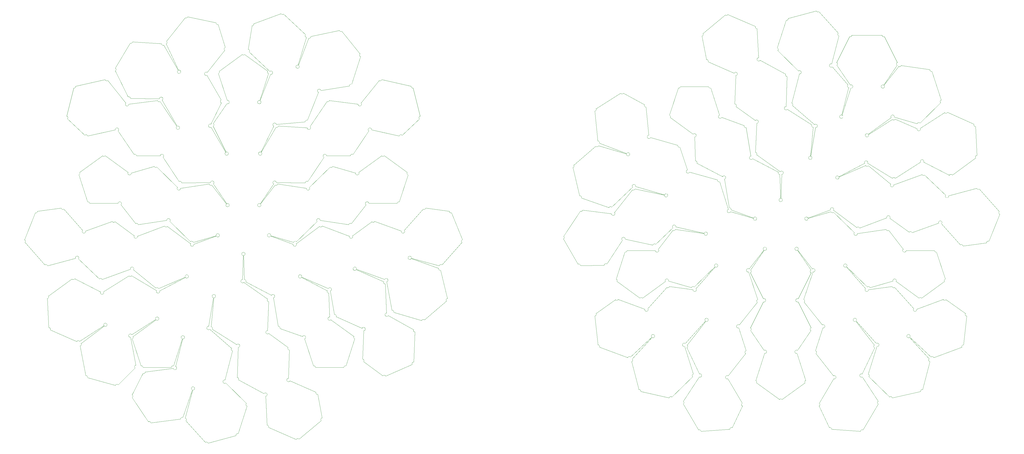
<source format=gbr>
%TF.GenerationSoftware,KiCad,Pcbnew,8.0.5*%
%TF.CreationDate,2024-10-26T12:13:46-04:00*%
%TF.ProjectId,orb_generated,6f72625f-6765-46e6-9572-617465642e6b,rev?*%
%TF.SameCoordinates,Original*%
%TF.FileFunction,Profile,NP*%
%FSLAX46Y46*%
G04 Gerber Fmt 4.6, Leading zero omitted, Abs format (unit mm)*
G04 Created by KiCad (PCBNEW 8.0.5) date 2024-10-26 12:13:46*
%MOMM*%
%LPD*%
G01*
G04 APERTURE LIST*
%TA.AperFunction,Profile*%
%ADD10C,0.050000*%
%TD*%
G04 APERTURE END LIST*
D10*
X224436000Y-14885000D02*
X231558000Y-22944000D01*
X42941000Y20321000D02*
X51445000Y26499000D01*
X238441000Y52790000D02*
X243866000Y59782000D01*
X-73922000Y-14118000D02*
G75*
G02*
X-72917000Y-14419000I392760J-516908D01*
G01*
X-26845000Y-52259000D02*
X-37356000Y-52259000D01*
X72917000Y-14419000D02*
G75*
G02*
X73922030Y-14117960I612300J-216000D01*
G01*
X42941000Y20321000D02*
G75*
G02*
X41751049Y20112990I-553600J-340700D01*
G01*
X188035000Y-16772000D02*
X191454000Y-26971000D01*
X142804000Y-8801000D02*
G75*
G02*
X142004018Y-9381926I-646500J49000D01*
G01*
X-26845000Y-52259000D02*
G75*
G02*
X-26044000Y-51677000I648198J-49904D01*
G01*
X24541000Y14784000D02*
X32217000Y22320000D01*
X67864000Y7037000D02*
G75*
G02*
X66835023Y6652030I-636000J132300D01*
G01*
X158595000Y41680000D02*
X161843000Y51677000D01*
X219724000Y5443000D02*
X227399000Y-2092000D01*
X218070000Y-74714000D02*
X214278000Y-66717000D01*
X226516000Y71439000D02*
X237685000Y71439000D01*
X199505000Y-64236000D02*
G75*
G02*
X200495000Y-64236000I495000J-420489D01*
G01*
X231183000Y23743000D02*
G75*
G02*
X232360958Y23705021I597800J254600D01*
G01*
X191265000Y-28045000D02*
G75*
G02*
X191453981Y-26970956I441300J476000D01*
G01*
X51506000Y54872000D02*
G75*
G02*
X50516007Y54525010I-621700J188000D01*
G01*
X151937000Y-41053000D02*
X144088000Y-48408000D01*
X168249000Y24647000D02*
X167970000Y33493000D01*
X-72561000Y-25684000D02*
G75*
G02*
X-73032000Y-26668000I-554241J-339432D01*
G01*
X27664000Y-62368000D02*
X29297000Y-71066000D01*
X31751000Y-24647000D02*
G75*
G02*
X31182983Y-23742993I28400J648300D01*
G01*
X178044000Y40812000D02*
G75*
G02*
X177204030Y41679928I-592300J267200D01*
G01*
X6340000Y8607000D02*
G75*
G02*
X6226999Y8689999I-438940J-479180D01*
G01*
X179000Y-20602000D02*
X8939000Y-26843000D01*
X228291000Y-207000D02*
X219649000Y6196000D01*
X162470000Y29666000D02*
X165225000Y21256000D01*
X-9402000Y75350000D02*
G75*
G02*
X-10193001Y76068000I-146075J633785D01*
G01*
X-50516000Y54525000D02*
G75*
G02*
X-51506000Y54872000I-368295J534992D01*
G01*
X160817000Y-879000D02*
G75*
G02*
X159826011Y-1276983I-633200J143900D01*
G01*
X227962000Y-35150000D02*
G75*
G02*
X228074007Y-35057006I-356800J543700D01*
G01*
X250788000Y38478000D02*
G75*
G02*
X251824034Y38739039I608400J-228200D01*
G01*
X-40782000Y27042000D02*
X-46668000Y35750000D01*
X51896000Y-55433000D02*
G75*
G02*
X52958025Y-55548986I490800J-426200D01*
G01*
X43606000Y63429000D02*
X40267000Y53205000D01*
X142581000Y27354000D02*
G75*
G02*
X142533000Y27213000I587300J-278600D01*
G01*
X-31265000Y47798000D02*
G75*
G02*
X-30250000Y47206000I647378J-56175D01*
G01*
X-41751000Y20113000D02*
G75*
G02*
X-42940999Y20321000I-636381J-132749D01*
G01*
X31574000Y-22923000D02*
G75*
G02*
X32311997Y-23855988I574300J-304100D01*
G01*
X57980000Y33903000D02*
G75*
G02*
X59038985Y34195983I622200J-188600D01*
G01*
X256297000Y57917000D02*
X259749000Y47294000D01*
X31574000Y-22923000D02*
X21707000Y-18640000D01*
X-38157000Y-51677000D02*
G75*
G02*
X-37356001Y-52259000I152800J-631906D01*
G01*
X-41567000Y-18143000D02*
X-32361000Y-23705000D01*
X169389000Y-75571000D02*
X163730000Y-65942000D01*
X19655000Y-79131000D02*
X9417000Y-74667000D01*
X208546000Y-26971000D02*
X211965000Y-16772000D01*
X61245000Y19379000D02*
G75*
G02*
X60938965Y20321022I246800J600900D01*
G01*
X23396000Y70608000D02*
G75*
G02*
X23123955Y71622037I233300J606100D01*
G01*
X192357000Y62065000D02*
X201817000Y56946000D01*
X57980000Y33903000D02*
X47716000Y36168000D01*
X63165000Y51733000D02*
G75*
G02*
X62413037Y52464995I-107600J641700D01*
G01*
X-47800000Y1941000D02*
X-40628000Y-3244000D01*
X244858000Y60180000D02*
G75*
G02*
X243865981Y59781972I-634600J146400D01*
G01*
X132225000Y30285000D02*
X142533000Y27213000D01*
X6605000Y27839000D02*
X12069000Y37104000D01*
X-65773000Y41298000D02*
X-63165000Y51733000D01*
X40628000Y-3244000D02*
X47800000Y1941000D01*
X190582000Y27824000D02*
X191046000Y38570000D01*
X188800000Y-16010000D02*
X193773000Y-8690000D01*
X32002000Y47139000D02*
X42664000Y45719000D01*
X55308000Y-31009000D02*
X53331000Y-20437000D01*
X188800000Y-16010000D02*
G75*
G02*
X188727975Y-17075958I-405700J-508000D01*
G01*
X239449000Y3403000D02*
G75*
G02*
X240628027Y3243984I624500J179900D01*
G01*
X199821000Y20602000D02*
G75*
G02*
X200350002Y19535965I498700J-416800D01*
G01*
X162644000Y52259000D02*
G75*
G02*
X161842999Y51676994I-648200J49900D01*
G01*
X212045000Y37112000D02*
X211020000Y26405000D01*
X144842000Y14814000D02*
X137028000Y7422000D01*
X250603000Y-30614000D02*
G75*
G02*
X249506995Y-30344995I-624900J-178800D01*
G01*
X193660000Y-8607000D02*
X188234000Y-15599000D01*
X225874000Y52873000D02*
G75*
G02*
X226044018Y51677075I323200J-564100D01*
G01*
X43759000Y46156000D02*
G75*
G02*
X42663987Y45719001I-445900J-473100D01*
G01*
X169702000Y-54704000D02*
G75*
G02*
X169625024Y-55879957I235300J-605900D01*
G01*
X206477000Y-27909000D02*
G75*
G02*
X206477000Y-26704000I-244000J602500D01*
G01*
X26044000Y-51677000D02*
G75*
G02*
X26844994Y-52259000I152800J-631900D01*
G01*
X9815000Y57945000D02*
X2157000Y65144000D01*
X-52049000Y-24137000D02*
X-42617000Y-18154000D01*
X9469000Y-39642000D02*
X16617000Y-44861000D01*
X40628000Y-3244000D02*
G75*
G02*
X39449030Y-3403009I-554500J-338900D01*
G01*
X-19030000Y-60720000D02*
X-22575000Y-70875000D01*
X6605000Y27839000D02*
G75*
G02*
X6476999Y27908997I-373900J-531700D01*
G01*
X12999000Y37598000D02*
X23735000Y36936000D01*
X-53597000Y-19326000D02*
X-61389000Y-11910000D01*
X33878000Y-32567000D02*
G75*
G02*
X34556081Y-33431029I65100J-647000D01*
G01*
X73364000Y-16147000D02*
X75890000Y-26602000D01*
X43759000Y46156000D02*
X50516000Y54525000D01*
X190695000Y-57116000D02*
X193944000Y-47119000D01*
X202795000Y77699000D02*
G75*
G02*
X202004015Y76946063I-640100J-119500D01*
G01*
X191181000Y73804000D02*
G75*
G02*
X190582996Y74667001I16900J650400D01*
G01*
X168442000Y-22944000D02*
G75*
G02*
X167326052Y-23359003I-466900J-452400D01*
G01*
X7643000Y-62065000D02*
X-1817000Y-56946000D01*
X261545000Y-27097000D02*
X268757000Y-32226000D01*
X163754000Y-64893000D02*
X169625000Y-55880000D01*
X7643000Y-62065000D02*
G75*
G02*
X8272001Y-63062006I546400J-352200D01*
G01*
X-47655000Y-59009000D02*
G75*
G02*
X-46621000Y-58739000I610504J-223087D01*
G01*
X154400000Y-8269000D02*
G75*
G02*
X153315056Y-8800996I-436900J-481300D01*
G01*
X-73922000Y-14118000D02*
X-81332000Y-5760000D01*
X-62799000Y-19294000D02*
G75*
G02*
X-63849001Y-19375000I-554249J338648D01*
G01*
X-25272000Y-51901000D02*
G75*
G02*
X-26118000Y-52647000I-209420J-615210D01*
G01*
X27399000Y2092000D02*
X19724000Y-5443000D01*
X57196000Y8801000D02*
G75*
G02*
X57995982Y9381926I646500J-49000D01*
G01*
X144771000Y-49084000D02*
X152043000Y-41158000D01*
X45600000Y8269000D02*
X40174000Y1277000D01*
X202339000Y56036000D02*
X201961000Y44873000D01*
X17098000Y-45848000D02*
X16742000Y-56353000D01*
X62777000Y-51159000D02*
G75*
G02*
X63366000Y-50291000I610900J219300D01*
G01*
X251953000Y36740000D02*
X260982000Y42585000D01*
X-62413000Y52465000D02*
X-51506000Y54872000D01*
X255493000Y-50142000D02*
X252805000Y-60557000D01*
X52810000Y-21277000D02*
G75*
G02*
X52219975Y-20408991I22600J649900D01*
G01*
X23010000Y16462000D02*
G75*
G02*
X23974002Y16974004I647500J-55600D01*
G01*
X152393000Y-6735000D02*
X142112000Y-4550000D01*
X235547000Y-43357000D02*
G75*
G02*
X235797004Y-44504983I396800J-514800D01*
G01*
X-29615000Y67693000D02*
X-24324000Y58329000D01*
X1303000Y-66712000D02*
X-2004000Y-76946000D01*
X159837000Y-308000D02*
G75*
G02*
X160982028Y12996I501700J413100D01*
G01*
X166748000Y-22581000D02*
X158249000Y-20113000D01*
X-35426000Y-72505000D02*
G75*
G02*
X-34471000Y-72941000I317676J-568073D01*
G01*
X-13561000Y56461000D02*
X-8306000Y47358000D01*
X154400000Y-8269000D02*
X159826000Y-1277000D01*
X131946000Y-43896000D02*
X130805000Y-33200000D01*
X252049000Y24137000D02*
G75*
G02*
X253222955Y24191019I574200J304700D01*
G01*
X131897000Y32029000D02*
G75*
G02*
X132533981Y31194006I12400J-651000D01*
G01*
X66331000Y-34831000D02*
X56013000Y-31791000D01*
X23010000Y16462000D02*
X12254000Y16562000D01*
X67864000Y7037000D02*
X76641000Y5903000D01*
X-19724000Y-5443000D02*
G75*
G02*
X-18688000Y-5704000I427241J-490755D01*
G01*
X147195000Y-60557000D02*
G75*
G02*
X147952070Y-61289010I113900J-639700D01*
G01*
X8819000Y-73804000D02*
X8272000Y-63062000D01*
X131243000Y-32226000D02*
X138455000Y-27097000D01*
X257996000Y-9382000D02*
X261245000Y-19379000D01*
X219160000Y59605000D02*
X225016000Y52969000D01*
X252048000Y-61289000D02*
X241548000Y-63623000D01*
X-76641000Y5903000D02*
G75*
G02*
X-77486000Y5249000I-650026J-33025D01*
G01*
X1303000Y-66712000D02*
G75*
G02*
X1056004Y-65688004I247020J601370D01*
G01*
X231183000Y23743000D02*
X221644000Y18772000D01*
X9305000Y57116000D02*
G75*
G02*
X8998937Y58057039I246000J600300D01*
G01*
X9469000Y-39642000D02*
G75*
G02*
X8954000Y-38570005I-493480J422630D01*
G01*
X189855000Y3370000D02*
X181528000Y6369000D01*
X158452000Y-63623000D02*
X147952000Y-61289000D01*
X238578000Y70887000D02*
X243373000Y61259000D01*
X-58769000Y-1492000D02*
G75*
G02*
X-59862000Y-1214000I-626132J-174087D01*
G01*
X21644000Y-18772000D02*
X31183000Y-23743000D01*
X24789000Y37455000D02*
X31045000Y46709000D01*
X171482000Y-2321000D02*
X160982000Y13000D01*
X235547000Y-43357000D02*
X228074000Y-35057000D01*
X-35426000Y-72505000D02*
X-41395000Y-63557000D01*
X-81510000Y-4726000D02*
X-77486000Y5249000D01*
X267410000Y-44724000D02*
G75*
G02*
X268054001Y-43895972I624300J178900D01*
G01*
X144842000Y14814000D02*
G75*
G02*
X145983983Y15091003I505500J408500D01*
G01*
X190695000Y-57116000D02*
G75*
G02*
X191001023Y-58057014I-246100J-600300D01*
G01*
X200070000Y10690000D02*
X200350000Y19536000D01*
X180844000Y7189000D02*
X179064000Y17797000D01*
X-28544000Y2464000D02*
G75*
G02*
X-27399000Y2092000I648178J46933D01*
G01*
X184360000Y-37637000D02*
X187075000Y-46060000D01*
X138755000Y-19379000D02*
X142004000Y-9382000D01*
X218472000Y6369000D02*
X210145000Y3370000D01*
X131279000Y44087000D02*
G75*
G02*
X130816005Y43145973I-574200J-301900D01*
G01*
X32596000Y-34560000D02*
X41099000Y-40739000D01*
X192357000Y62065000D02*
G75*
G02*
X191727999Y63062006I-546400J352200D01*
G01*
X252048000Y-61289000D02*
G75*
G02*
X252804987Y-60557074I643000J92400D01*
G01*
X232568000Y-54766000D02*
X235797000Y-44505000D01*
X184360000Y-37637000D02*
G75*
G02*
X184573007Y-36465989I-151300J632400D01*
G01*
X178044000Y40812000D02*
X186371000Y37814000D01*
X17344000Y-57308000D02*
G75*
G02*
X16741999Y-56352976I-574200J305300D01*
G01*
X242474000Y-22534000D02*
X249507000Y-30345000D01*
X-6227000Y8690000D02*
G75*
G02*
X-6340000Y8607000I325944J-562176D01*
G01*
X175459000Y-14784000D02*
G75*
G02*
X175563997Y-14885004I500300J415000D01*
G01*
X171482000Y-2321000D02*
G75*
G02*
X171456006Y-2464000I622400J-187000D01*
G01*
X190582000Y27824000D02*
G75*
G02*
X191060982Y26843011I-79200J-646100D01*
G01*
X46668000Y35750000D02*
G75*
G02*
X47715931Y36168010I404300J509000D01*
G01*
X-21657000Y-71157000D02*
X-18888000Y-60764000D01*
X125135000Y11622000D02*
X122641000Y22085000D01*
X-40359000Y-52485000D02*
G75*
G02*
X-40035000Y-51435000I494467J422410D01*
G01*
X52570000Y-19541000D02*
G75*
G02*
X53330990Y-20436964I592400J-268000D01*
G01*
X241567000Y18143000D02*
G75*
G02*
X242616972Y18153979I529000J-378400D01*
G01*
X119176000Y-3440000D02*
X125359000Y5861000D01*
X75566000Y-27604000D02*
G75*
G02*
X75890007Y-26602020I524100J383900D01*
G01*
X189855000Y3370000D02*
G75*
G02*
X189811002Y3235999I592000J-268600D01*
G01*
X-6561000Y-58093000D02*
X1056000Y-65688000D01*
X-42914000Y48456000D02*
G75*
G02*
X-42021000Y47898000I244568J-602164D01*
G01*
X29914000Y25941000D02*
X23974000Y16974000D01*
X52435000Y26499000D02*
G75*
G02*
X51445000Y26499000I-495000J420489D01*
G01*
X-70000Y-10690000D02*
G75*
G02*
X70000Y-10690000I70000J646110D01*
G01*
X206227000Y-8690000D02*
X211200000Y-16010000D01*
X44316000Y-49168000D02*
X44753000Y-38666000D01*
X156717000Y12002000D02*
G75*
G02*
X156681998Y11860000I609700J-225600D01*
G01*
X81332000Y-5760000D02*
X73922000Y-14118000D01*
X17098000Y-45848000D02*
G75*
G02*
X16617053Y-44861033I72100J645800D01*
G01*
X158558000Y-22156000D02*
X167326000Y-23359000D01*
X258769000Y1492000D02*
X248888000Y-2093000D01*
X-70000Y-10690000D02*
X-350000Y-19536000D01*
X11200000Y16010000D02*
X6227000Y8690000D01*
X181312000Y5704000D02*
X189811000Y3236000D01*
X206227000Y-8690000D02*
G75*
G02*
X206340007Y-8607008I-325900J562200D01*
G01*
X150493000Y-30345000D02*
G75*
G02*
X149397007Y-30614002I-471100J-447800D01*
G01*
X186884000Y-47142000D02*
G75*
G02*
X187074981Y-46059953I438400J480500D01*
G01*
X246685000Y-8801000D02*
X257196000Y-8801000D01*
X-32616000Y-22776000D02*
X-40913000Y-15931000D01*
X272485000Y37410000D02*
X273032000Y26668000D01*
X202795000Y77699000D02*
X213180000Y80497000D01*
X143059000Y-48615000D02*
G75*
G02*
X144087981Y-48408021I590000J-271900D01*
G01*
X158452000Y-63623000D02*
G75*
G02*
X159500962Y-63323043I621700J-190000D01*
G01*
X169702000Y-54704000D02*
X165058000Y-45002000D01*
X37356000Y-52259000D02*
X26845000Y-52259000D01*
X141067000Y-4976000D02*
X135248000Y-13729000D01*
X33252000Y22581000D02*
X41751000Y20113000D01*
X178356000Y18772000D02*
X168817000Y23743000D01*
X119176000Y-3440000D02*
G75*
G02*
X119142042Y-4489061I-401000J-512100D01*
G01*
X43606000Y63429000D02*
G75*
G02*
X43408991Y64502010I249500J600400D01*
G01*
X52435000Y26499000D02*
X60939000Y20321000D01*
X273922000Y14118000D02*
G75*
G02*
X272916989Y14418996I-392800J516800D01*
G01*
X171926000Y-35057000D02*
X164453000Y-43357000D01*
X276641000Y-5903000D02*
G75*
G02*
X277486021Y-5248933I650100J33000D01*
G01*
X260939000Y-20321000D02*
G75*
G02*
X261244996Y-19378991I552600J341200D01*
G01*
X199821000Y20602000D02*
X191061000Y26843000D01*
X182656000Y57308000D02*
X173021000Y61509000D01*
X244858000Y60180000D02*
X255496000Y58595000D01*
X138755000Y-19379000D02*
G75*
G02*
X139061035Y-20321022I-246800J-600900D01*
G01*
X18688000Y-5704000D02*
G75*
G02*
X19724031Y-5442965I608800J-229800D01*
G01*
X124505000Y-13812000D02*
X119142000Y-4489000D01*
X-47716000Y36168000D02*
G75*
G02*
X-46668000Y35750000I643658J91003D01*
G01*
X27664000Y-62368000D02*
G75*
G02*
X26979055Y-61509019I-70700J646200D01*
G01*
X222796000Y41680000D02*
G75*
G02*
X222661000Y41718997I-246800J-601200D01*
G01*
X-40174000Y1277000D02*
X-45600000Y8269000D01*
X-59039000Y34196000D02*
G75*
G02*
X-57980000Y33903000I436746J-481744D01*
G01*
X-6477000Y27909000D02*
G75*
G02*
X-6605000Y27839000I245901J-601675D01*
G01*
X164203000Y-44505000D02*
X167432000Y-54766000D01*
X159837000Y-308000D02*
X153450000Y-6434000D01*
X41405000Y-41680000D02*
X38157000Y-51677000D01*
X219579000Y-55432000D02*
X213116000Y-47142000D01*
X-6056000Y47119000D02*
X-9305000Y57116000D01*
X253597000Y19326000D02*
G75*
G02*
X252570013Y19541006I-435300J481000D01*
G01*
X171926000Y-35057000D02*
G75*
G02*
X172038005Y-35149992I468800J450700D01*
G01*
X-12045000Y-37112000D02*
X-11020000Y-26405000D01*
X215427000Y-36466000D02*
G75*
G02*
X215640003Y-37636987I364300J-538600D01*
G01*
X188035000Y-16772000D02*
G75*
G02*
X188233964Y-15599054I-158300J630200D01*
G01*
X262070000Y42669000D02*
G75*
G02*
X260981948Y42584960I-571200J309800D01*
G01*
X-76641000Y5903000D02*
X-67864000Y7037000D01*
X39183000Y879000D02*
X28544000Y2464000D01*
X-58719000Y-55324000D02*
G75*
G02*
X-58009001Y-56097000I71281J-647095D01*
G01*
X12757000Y15997000D02*
G75*
G02*
X11766014Y15599021I-634000J145900D01*
G01*
X6340000Y8607000D02*
X11766000Y15599000D01*
X10456000Y-25411000D02*
G75*
G02*
X11164990Y-26385960I551800J-344000D01*
G01*
X193773000Y-45923000D02*
G75*
G02*
X193944000Y-47119000I323300J-564000D01*
G01*
X-23391000Y-71535000D02*
X-34471000Y-72941000D01*
X-60430000Y-43372000D02*
X-51868000Y-36862000D01*
X14986000Y79272000D02*
X23124000Y71622000D01*
X-47716000Y36168000D02*
X-57980000Y33903000D01*
X180345000Y79131000D02*
X190583000Y74667000D01*
X-23974000Y16974000D02*
X-29914000Y25941000D01*
X262532000Y11620000D02*
X272917000Y14419000D01*
X-2339000Y-56036000D02*
G75*
G02*
X-1817001Y-56946000I-72141J-646098D01*
G01*
X26044000Y-51677000D02*
X22796000Y-41680000D01*
X-4097000Y-46141000D02*
G75*
G02*
X-4410001Y-45139000I209027J615182D01*
G01*
X-12545000Y-38103000D02*
X-4410000Y-45139000D01*
X180844000Y7189000D02*
G75*
G02*
X181527963Y6369010I58200J-646700D01*
G01*
X33252000Y22581000D02*
G75*
G02*
X32217028Y22320032I-607600J226900D01*
G01*
X222796000Y41680000D02*
X226044000Y51677000D01*
X211200000Y-38603000D02*
X206227000Y-45923000D01*
X12757000Y15997000D02*
X23396000Y14412000D01*
X218070000Y-74714000D02*
G75*
G02*
X218951991Y-75316000I232000J-607200D01*
G01*
X273922000Y14118000D02*
X281332000Y5760000D01*
X125135000Y11622000D02*
G75*
G02*
X125864014Y10809996I102200J-641500D01*
G01*
X211766000Y-15599000D02*
X206340000Y-8607000D01*
X17344000Y-57308000D02*
X26979000Y-61509000D01*
X188728000Y-37537000D02*
G75*
G02*
X188800044Y-38603055I-333500J-558000D01*
G01*
X65473000Y40273000D02*
G75*
G02*
X65773002Y41297993I506000J408300D01*
G01*
X139544000Y-26953000D02*
G75*
G02*
X138455018Y-27096985I-590000J272200D01*
G01*
X212925000Y-46060000D02*
X215640000Y-37637000D01*
X12944000Y-36994000D02*
G75*
G02*
X13629008Y-37814002I58800J-647000D01*
G01*
X187056000Y36994000D02*
X188835000Y26386000D01*
X257996000Y-9382000D02*
G75*
G02*
X257195958Y-8801003I-153400J630100D01*
G01*
X167404000Y34560000D02*
G75*
G02*
X167969995Y33493050I495400J-420800D01*
G01*
X-24191000Y58397000D02*
G75*
G02*
X-24324000Y58329000I227592J-609209D01*
G01*
X138077000Y5407000D02*
X144769000Y13828000D01*
X-30962000Y26505000D02*
X-39812000Y26526000D01*
X243301000Y60193000D02*
G75*
G02*
X243373025Y61258958I405700J508000D01*
G01*
X-42000000Y-41109000D02*
X-40035000Y-51435000D01*
X232568000Y-54766000D02*
G75*
G02*
X232823975Y-55786979I-240600J-602900D01*
G01*
X167176000Y-55787000D02*
X159501000Y-63323000D01*
X-18472000Y-6369000D02*
X-10145000Y-3370000D01*
X211766000Y-15599000D02*
G75*
G02*
X211964984Y-16772063I357300J-542800D01*
G01*
X147195000Y-60557000D02*
X144507000Y-50142000D01*
X188728000Y-37537000D02*
X193523000Y-27909000D01*
X151937000Y-41053000D02*
G75*
G02*
X152043007Y-41157991I507400J406300D01*
G01*
X-11766000Y15599000D02*
X-6340000Y8607000D01*
X193523000Y-26704000D02*
G75*
G02*
X193523000Y-27909000I244000J-602500D01*
G01*
X141466000Y49824000D02*
G75*
G02*
X140398049Y49792036I-545100J355700D01*
G01*
X202509000Y43833000D02*
X211583000Y38058000D01*
X180347000Y-56557000D02*
X185673000Y-65619000D01*
X168442000Y-22944000D02*
X175564000Y-14885000D01*
X241751000Y-20113000D02*
G75*
G02*
X242941042Y-20321026I636400J132700D01*
G01*
X259499000Y46275000D02*
X251824000Y38739000D01*
X228291000Y-207000D02*
G75*
G02*
X229371978Y-359010I491300J-425800D01*
G01*
X243301000Y60193000D02*
X238327000Y52873000D01*
X-2509000Y-43833000D02*
X-11583000Y-38058000D01*
X24541000Y14784000D02*
G75*
G02*
X23396049Y14411997I-497000J-418300D01*
G01*
X-41099000Y-40739000D02*
X-32596000Y-34560000D01*
X199650000Y19536000D02*
G75*
G02*
X199082070Y20439970I30100J649300D01*
G01*
X-28291000Y207000D02*
G75*
G02*
X-29372000Y359000I-491316J425789D01*
G01*
X-12254000Y16562000D02*
G75*
G02*
X-11200000Y16010000I648550J-43910D01*
G01*
X167176000Y-55787000D02*
G75*
G02*
X167432017Y-54766042I496800J418000D01*
G01*
X-58769000Y-1492000D02*
X-48888000Y2093000D01*
X202509000Y43833000D02*
G75*
G02*
X201961002Y44872953I-519900J390400D01*
G01*
X-23391000Y-71535000D02*
G75*
G02*
X-22575000Y-70875000I648949J32099D01*
G01*
X-23396000Y14412000D02*
G75*
G02*
X-24541000Y14784000I-647964J-46275D01*
G01*
X258769000Y1492000D02*
G75*
G02*
X259861957Y1214042I626100J174100D01*
G01*
X-2795000Y-77699000D02*
G75*
G02*
X-2004000Y-76946000I640184J119468D01*
G01*
X164203000Y-44505000D02*
G75*
G02*
X164453011Y-43356986I-146800J633200D01*
G01*
X198697000Y66712000D02*
G75*
G02*
X198944066Y65687943I-246900J-601400D01*
G01*
X-51953000Y-36740000D02*
X-60982000Y-42585000D01*
X135998000Y7205000D02*
G75*
G02*
X137027984Y7421982I593800J-265600D01*
G01*
X-28291000Y207000D02*
X-19649000Y-6196000D01*
X-41457000Y-62491000D02*
X-37445000Y-54602000D01*
X232674000Y-23359000D02*
X241442000Y-22156000D01*
X149839000Y44666000D02*
X150857000Y34204000D01*
X211272000Y-17076000D02*
G75*
G02*
X211199956Y-16009945I333500J558000D01*
G01*
X171063000Y72072000D02*
X179306000Y78981000D01*
X39465000Y52522000D02*
X28839000Y50855000D01*
X198697000Y66712000D02*
X202004000Y76946000D01*
X-62070000Y-42669000D02*
X-71890000Y-38279000D01*
X39465000Y52522000D02*
G75*
G02*
X40267004Y53205018I647900J51600D01*
G01*
X211200000Y-38603000D02*
G75*
G02*
X211272025Y-37537042I405700J508000D01*
G01*
X238441000Y52790000D02*
G75*
G02*
X238326996Y52872993I-437300J-480900D01*
G01*
X-65773000Y41298000D02*
G75*
G02*
X-65473001Y40273000I-205991J-616692D01*
G01*
X6189000Y47071000D02*
X10061000Y56843000D01*
X221657000Y71157000D02*
G75*
G02*
X221399972Y72218026I215300J613800D01*
G01*
X180345000Y79131000D02*
G75*
G02*
X179306018Y78981018I-574200J304000D01*
G01*
X181312000Y5704000D02*
G75*
G02*
X180462018Y6535954I-608100J228900D01*
G01*
X51506000Y54872000D02*
X62413000Y52465000D01*
X-24666000Y37533000D02*
X-30250000Y47206000D01*
X232616000Y22776000D02*
X240913000Y15931000D01*
X220829000Y61259000D02*
X225624000Y70887000D01*
X45600000Y8269000D02*
G75*
G02*
X46684944Y8800996I436900J481300D01*
G01*
X260939000Y-20321000D02*
X252435000Y-26499000D01*
X-28640000Y69177000D02*
G75*
G02*
X-28761000Y68134000I-442408J-477194D01*
G01*
X-39449000Y-3403000D02*
G75*
G02*
X-40628000Y-3244000I-624483J-179904D01*
G01*
X-2509000Y-43833000D02*
G75*
G02*
X-1961000Y-44873000I519937J-390410D01*
G01*
X272561000Y25684000D02*
G75*
G02*
X273032001Y26667995I554300J339400D01*
G01*
X225272000Y51901000D02*
X222661000Y41719000D01*
X39812000Y26526000D02*
G75*
G02*
X40781992Y27041985I648300J-49000D01*
G01*
X66331000Y-34831000D02*
G75*
G02*
X67397957Y-34602043I607400J-230000D01*
G01*
X-66835000Y6652000D02*
X-59862000Y-1214000D01*
X214190000Y80200000D02*
X221400000Y72218000D01*
X242071000Y15731000D02*
X252570000Y19541000D01*
X-21707000Y-18640000D02*
X-31574000Y-22923000D01*
X-39449000Y-3403000D02*
X-29372000Y359000D01*
X-19030000Y-60720000D02*
G75*
G02*
X-18888000Y-60764000I262200J595055D01*
G01*
X262532000Y11620000D02*
G75*
G02*
X261388946Y11910044I-638800J-120100D01*
G01*
X11272000Y37537000D02*
G75*
G02*
X12247024Y38200004I333700J557700D01*
G01*
X180347000Y-56557000D02*
G75*
G02*
X180420981Y-55432029I-285600J583700D01*
G01*
X193660000Y-8607000D02*
G75*
G02*
X193773005Y-8689991I438900J479200D01*
G01*
X11272000Y37537000D02*
X6477000Y27909000D01*
X-25272000Y-51901000D02*
X-22661000Y-41719000D01*
X160817000Y-879000D02*
X171456000Y-2464000D01*
X262070000Y42669000D02*
X271890000Y38279000D01*
X226516000Y71439000D02*
G75*
G02*
X225623998Y70886996I-648300J50900D01*
G01*
X131946000Y-43896000D02*
G75*
G02*
X132589973Y-44723992I19700J-649100D01*
G01*
X-46685000Y8801000D02*
G75*
G02*
X-45600000Y8269001I648042J-50749D01*
G01*
X8819000Y-73804000D02*
G75*
G02*
X9417004Y-74667001I-16900J-650400D01*
G01*
X-53597000Y-19326000D02*
G75*
G02*
X-52570000Y-19541000I435300J-481042D01*
G01*
X21644000Y-18772000D02*
G75*
G02*
X21707000Y-18640000I-551400J344200D01*
G01*
X126313000Y6299000D02*
X136986000Y4962000D01*
X28937000Y-72072000D02*
X20694000Y-78981000D01*
X177233000Y16796000D02*
X180462000Y6536000D01*
X206561000Y58093000D02*
X198944000Y65688000D01*
X225874000Y52873000D02*
X220901000Y60193000D01*
X219724000Y5443000D02*
G75*
G02*
X218688006Y5704002I-427200J490900D01*
G01*
X145757000Y14183000D02*
G75*
G02*
X144768983Y13827975I-623300J182300D01*
G01*
X63165000Y51733000D02*
X65773000Y41298000D01*
X48888000Y2093000D02*
G75*
G02*
X47800069Y1941059I-592200J269400D01*
G01*
X219160000Y59605000D02*
G75*
G02*
X218888007Y60764037I-390900J519700D01*
G01*
X221657000Y71157000D02*
X218888000Y60764000D01*
X44158000Y-37707000D02*
X34556000Y-33431000D01*
X255912000Y-48408000D02*
X248063000Y-41053000D01*
X156717000Y12002000D02*
X145984000Y15091000D01*
X241099000Y40739000D02*
X232596000Y34560000D01*
X-42071000Y-15731000D02*
G75*
G02*
X-40913000Y-15931000I626258J173624D01*
G01*
X-47670000Y59175000D02*
X-42206000Y68440000D01*
X281510000Y4726000D02*
G75*
G02*
X281331996Y5760004I287400J581800D01*
G01*
X208546000Y-26971000D02*
G75*
G02*
X208735040Y-28045043I-252500J-598100D01*
G01*
X14986000Y79272000D02*
G75*
G02*
X13956988Y79480994I-438200J480200D01*
G01*
X142804000Y-8801000D02*
X153315000Y-8801000D01*
X41405000Y-41680000D02*
G75*
G02*
X41098993Y-40738996I248600J601100D01*
G01*
X-32217000Y22320000D02*
X-24541000Y14784000D01*
X151578000Y33337000D02*
X161679000Y30429000D01*
X-11200000Y38603000D02*
X-6227000Y45923000D01*
X55308000Y-31009000D02*
G75*
G02*
X56012983Y-31790996I69300J-646300D01*
G01*
X25136000Y71004000D02*
X35660000Y73224000D01*
X39812000Y26526000D02*
X30962000Y26505000D01*
X-10189000Y-3236000D02*
G75*
G02*
X-10145000Y-3370000I635964J134600D01*
G01*
X-11200000Y38603000D02*
G75*
G02*
X-11272000Y37537000I-405595J-508037D01*
G01*
X173956000Y51677000D02*
G75*
G02*
X173155006Y52259000I-152800J631900D01*
G01*
X214190000Y80200000D02*
G75*
G02*
X213180014Y80497005I-397100J515400D01*
G01*
X-62532000Y-11620000D02*
X-72917000Y-14419000D01*
X191265000Y-28045000D02*
X184573000Y-36466000D01*
X65473000Y40273000D02*
X59039000Y34196000D01*
X185722000Y-66717000D02*
X181930000Y-74714000D01*
X199650000Y19536000D02*
X199930000Y10690000D01*
X178356000Y18772000D02*
G75*
G02*
X179063989Y17797043I551300J-344200D01*
G01*
X212925000Y-46060000D02*
G75*
G02*
X213116038Y-47142042I-247600J-601600D01*
G01*
X169389000Y-75571000D02*
G75*
G02*
X170318020Y-76059997I285600J-584400D01*
G01*
X-32675000Y-34444000D02*
G75*
G02*
X-32596000Y-34560000I573621J305755D01*
G01*
X27399000Y2092000D02*
G75*
G02*
X28543942Y2464004I496800J418900D01*
G01*
X-2795000Y-77699000D02*
X-13180000Y-80497000D01*
X-58719000Y-55324000D02*
X-60806000Y-44351000D01*
X27921000Y50121000D02*
X23807000Y39737000D01*
X251953000Y36740000D02*
G75*
G02*
X250767043Y36641985I-571400J-310100D01*
G01*
X232616000Y22776000D02*
G75*
G02*
X231574024Y22923013I-467600J451900D01*
G01*
X141067000Y-4976000D02*
G75*
G02*
X142111982Y-4549998I400600J512000D01*
G01*
X-31183000Y-23743000D02*
X-21644000Y-18772000D01*
X19655000Y-79131000D02*
G75*
G02*
X20693982Y-78981018I574200J-304000D01*
G01*
X52810000Y-21277000D02*
X53275000Y-32023000D01*
X21956000Y-40812000D02*
G75*
G02*
X22795970Y-41679928I592300J-267200D01*
G01*
X81332000Y-5760000D02*
G75*
G02*
X81510003Y-4726006I465400J452200D01*
G01*
X214327000Y-65619000D02*
G75*
G02*
X214277984Y-66716972I-371400J-533500D01*
G01*
X206056000Y-47119000D02*
X209305000Y-57116000D01*
X-8266000Y46260000D02*
X-12119000Y38293000D01*
X-12069000Y37104000D02*
G75*
G02*
X-12119000Y38293001I-286497J583504D01*
G01*
X-31265000Y47798000D02*
X-42021000Y47898000D01*
X1801000Y66184000D02*
X3191000Y74924000D01*
X-62413000Y52465000D02*
G75*
G02*
X-63165000Y51733000I-644384J-90283D01*
G01*
X-62799000Y-19294000D02*
X-53223000Y-24191000D01*
X227962000Y-35150000D02*
X234829000Y-43959000D01*
X208999000Y-58057000D02*
X200495000Y-64236000D01*
X276641000Y-5903000D02*
X267864000Y-7037000D01*
X-47670000Y59175000D02*
G75*
G02*
X-47709000Y58084000I-373064J-532861D01*
G01*
X-11165000Y-26386000D02*
G75*
G02*
X-11020000Y-26405000I156399J630781D01*
G01*
X495000Y64236000D02*
X8999000Y58057000D01*
X240174000Y-1277000D02*
X245600000Y-8269000D01*
X31751000Y-24647000D02*
X32030000Y-33493000D01*
X62487000Y-11762000D02*
X72632000Y-15337000D01*
X-32616000Y-22776000D02*
G75*
G02*
X-31574000Y-22923000I467638J-451754D01*
G01*
X212545000Y38103000D02*
G75*
G02*
X212944002Y36994020I457400J-461700D01*
G01*
X-9402000Y75350000D02*
X-6752000Y66906000D01*
X-40782000Y27042000D02*
G75*
G02*
X-39812000Y26526000I321675J-565026D01*
G01*
X240499000Y-63323000D02*
G75*
G02*
X241547989Y-63623003I427200J-490200D01*
G01*
X-81510000Y-4726000D02*
G75*
G02*
X-81332000Y-5760000I-287357J-581789D01*
G01*
X145757000Y14183000D02*
X156682000Y11860000D01*
X10145000Y-3370000D02*
X18472000Y-6369000D01*
X-50516000Y54525000D02*
X-43759000Y46156000D01*
X182902000Y45848000D02*
G75*
G02*
X183383076Y44860953I-72100J-645900D01*
G01*
X158558000Y-22156000D02*
G75*
G02*
X157526000Y-22534000I-635700J137800D01*
G01*
X52570000Y-19541000D02*
X42071000Y-15731000D01*
X-32217000Y22320000D02*
G75*
G02*
X-33252000Y22581000I-427366J487929D01*
G01*
X29372000Y359000D02*
X39449000Y-3403000D01*
X20436000Y60261000D02*
G75*
G02*
X20295001Y60309006I-278700J-587500D01*
G01*
X171063000Y72072000D02*
G75*
G02*
X170703002Y71065992I-529600J-377900D01*
G01*
X230375000Y-55880000D02*
G75*
G02*
X230298018Y-54703954I-312300J570100D01*
G01*
X6189000Y47071000D02*
G75*
G02*
X6056001Y47119003I-285800J-583600D01*
G01*
X-60939000Y20321000D02*
G75*
G02*
X-61245000Y19379000I-552654J-341176D01*
G01*
X-42071000Y-15731000D02*
X-52570000Y-19541000D01*
X191181000Y73804000D02*
X191728000Y63062000D01*
X-72485000Y-37410000D02*
X-73032000Y-26668000D01*
X251445000Y-26499000D02*
G75*
G02*
X252435000Y-26499000I495000J-420489D01*
G01*
X132225000Y30285000D02*
G75*
G02*
X131156957Y30058957I-607000J231800D01*
G01*
X131897000Y32029000D02*
X130816000Y43146000D01*
X51896000Y-55433000D02*
X44789000Y-50159000D01*
X-62532000Y-11620000D02*
G75*
G02*
X-61389000Y-11910000I638762J120106D01*
G01*
X-12045000Y-37112000D02*
G75*
G02*
X-11583000Y-38058000I-110428J-639744D01*
G01*
X247957000Y-41158000D02*
X255229000Y-49084000D01*
X12944000Y-36994000D02*
X11165000Y-26386000D01*
X9815000Y57945000D02*
G75*
G02*
X10061000Y56843001I437560J-480780D01*
G01*
X221707000Y18640000D02*
G75*
G02*
X221644000Y18772000I-614400J-212200D01*
G01*
X167404000Y34560000D02*
X158901000Y40739000D01*
X-21657000Y-71157000D02*
G75*
G02*
X-21400000Y-72218000I-215188J-613750D01*
G01*
X59862000Y-1214000D02*
G75*
G02*
X58768942Y-1491984I-466900J-452100D01*
G01*
X-14190000Y-80200000D02*
G75*
G02*
X-13179999Y-80497000I397105J-515417D01*
G01*
X219579000Y-55432000D02*
G75*
G02*
X219652985Y-56557031I359600J-541300D01*
G01*
X-4097000Y-46141000D02*
X-6872000Y-56960000D01*
X165171000Y-43959000D02*
X172038000Y-35150000D01*
X158595000Y41680000D02*
G75*
G02*
X158901007Y40738996I-248600J-601100D01*
G01*
X-12254000Y16562000D02*
X-23010000Y16462000D01*
X-38157000Y-51677000D02*
X-41405000Y-41680000D01*
X-31045000Y46709000D02*
X-24789000Y37455000D01*
X241099000Y40739000D02*
G75*
G02*
X242289039Y40945992I553900J339900D01*
G01*
X134282000Y-14253000D02*
G75*
G02*
X135248015Y-13728973I648900J-43800D01*
G01*
X190531000Y39642000D02*
G75*
G02*
X191045999Y38570038I493500J-422600D01*
G01*
X-21707000Y-18640000D02*
G75*
G02*
X-21644000Y-18772000I614354J212180D01*
G01*
X12999000Y37598000D02*
G75*
G02*
X12068992Y37103983I-642800J87700D01*
G01*
X131243000Y-32226000D02*
G75*
G02*
X130804995Y-33199972I-556300J-335300D01*
G01*
X18688000Y-5704000D02*
X10189000Y-3236000D01*
X-41276000Y68933000D02*
G75*
G02*
X-42206000Y68440000I-643307J89860D01*
G01*
X-28640000Y69177000D02*
X-21704000Y77932000D01*
X165171000Y-43959000D02*
G75*
G02*
X165057980Y-45001966I-438400J-480100D01*
G01*
X-42664000Y45719000D02*
G75*
G02*
X-43759000Y46156000I-649124J-36141D01*
G01*
X152393000Y-6735000D02*
G75*
G02*
X153450034Y-6433961I624100J-185100D01*
G01*
X252049000Y24137000D02*
X242617000Y18154000D01*
X-6952000Y65826000D02*
X-13479000Y57586000D01*
X63831000Y-39131000D02*
X63366000Y-50291000D01*
X-72485000Y-37410000D02*
G75*
G02*
X-71890000Y-38279000I-16447J-649458D01*
G01*
X269195000Y-33200000D02*
G75*
G02*
X268756976Y-32225985I118300J638700D01*
G01*
X-41276000Y68933000D02*
X-30540000Y68272000D01*
X9305000Y57116000D02*
X6056000Y47119000D01*
X-28544000Y2464000D02*
X-39183000Y879000D01*
X138077000Y5407000D02*
G75*
G02*
X136986034Y4961998I-442000J-476200D01*
G01*
X72917000Y-14419000D02*
X62532000Y-11620000D01*
X42016000Y-15866000D02*
G75*
G02*
X42070994Y-15730998I-570500J311100D01*
G01*
X238578000Y70887000D02*
G75*
G02*
X237685008Y71439001I-244300J603100D01*
G01*
X-13561000Y56461000D02*
G75*
G02*
X-13479000Y57586000I-280943J585966D01*
G01*
X29372000Y359000D02*
G75*
G02*
X28290982Y206984I-589700J273800D01*
G01*
X177233000Y16796000D02*
G75*
G02*
X176448996Y17555001I-146200J633400D01*
G01*
X-24666000Y37533000D02*
G75*
G02*
X-24789000Y37455000I284529J-584661D01*
G01*
X-72561000Y-25684000D02*
X-63849000Y-19375000D01*
X221707000Y18640000D02*
X231574000Y22923000D01*
X242474000Y-22534000D02*
G75*
G02*
X241442000Y-22156000I-396300J515800D01*
G01*
X3869000Y75750000D02*
X13957000Y79481000D01*
X-11766000Y15599000D02*
G75*
G02*
X-12757000Y15997000I-356985J543895D01*
G01*
X-46685000Y8801000D02*
X-57196000Y8801000D01*
X269195000Y-33200000D02*
X268054000Y-43896000D01*
X126313000Y6299000D02*
G75*
G02*
X125359018Y5861031I-637300J130200D01*
G01*
X163754000Y-64893000D02*
G75*
G02*
X163729989Y-65941984I-396100J-515700D01*
G01*
X185722000Y-66717000D02*
G75*
G02*
X185672982Y-65618974I322400J564500D01*
G01*
X204097000Y46141000D02*
G75*
G02*
X204410033Y45138975I-209000J-615200D01*
G01*
X193773000Y-45923000D02*
X188800000Y-38603000D01*
X199505000Y-64236000D02*
X191001000Y-58057000D01*
X218472000Y6369000D02*
G75*
G02*
X219648958Y6196027I626600J172900D01*
G01*
X234942000Y-45002000D02*
X230298000Y-54704000D01*
X250788000Y38478000D02*
X242289000Y40946000D01*
X-60430000Y-43372000D02*
G75*
G02*
X-60806000Y-44351000I-544752J-352484D01*
G01*
X-8999000Y58057000D02*
G75*
G02*
X-9305000Y57115999I-552056J-340733D01*
G01*
X122968000Y23086000D02*
G75*
G02*
X122640994Y22085020I-525900J-382100D01*
G01*
X19649000Y-6196000D02*
X28291000Y207000D01*
X144771000Y-49084000D02*
G75*
G02*
X144506994Y-50141982I-473800J-443700D01*
G01*
X242071000Y15731000D02*
G75*
G02*
X240912933Y15931047I-626300J-173600D01*
G01*
X166085000Y20434000D02*
G75*
G02*
X165225018Y21255957I-610900J221700D01*
G01*
X-57996000Y9382000D02*
G75*
G02*
X-57196001Y8801000I153449J-629984D01*
G01*
X242646000Y40160000D02*
X250767000Y36642000D01*
X232674000Y-23359000D02*
G75*
G02*
X231557962Y-22943964I-649100J-37400D01*
G01*
X250603000Y-30614000D02*
X260456000Y-26953000D01*
X-6477000Y27909000D02*
X-11272000Y37537000D01*
X-31045000Y46709000D02*
G75*
G02*
X-32002001Y47139000I-321130J565241D01*
G01*
X63831000Y-39131000D02*
G75*
G02*
X63315963Y-38215983I78600J646700D01*
G01*
X187056000Y36994000D02*
G75*
G02*
X186370992Y37814002I-58800J647000D01*
G01*
X350000Y-19536000D02*
G75*
G02*
X918002Y-20440001I-30090J-649350D01*
G01*
X149839000Y44666000D02*
G75*
G02*
X149232987Y45582006I-13100J649800D01*
G01*
X28937000Y-72072000D02*
G75*
G02*
X29296998Y-71065992I529600J377900D01*
G01*
X-52049000Y-24137000D02*
G75*
G02*
X-53223001Y-24191000I-574229J-304660D01*
G01*
X143059000Y-48615000D02*
X132590000Y-44724000D01*
X-6561000Y-58093000D02*
G75*
G02*
X-6872000Y-56960000I-423358J492975D01*
G01*
X-51953000Y-36740000D02*
G75*
G02*
X-51868000Y-36862000I572445J308224D01*
G01*
X44158000Y-37707000D02*
G75*
G02*
X44753003Y-38666071I571900J-309300D01*
G01*
X251445000Y-26499000D02*
X242941000Y-20321000D01*
X-14190000Y-80200000D02*
X-21400000Y-72218000D01*
X-8999000Y58057000D02*
X-495000Y64236000D01*
X350000Y-19536000D02*
X70000Y-10690000D01*
X62777000Y-51159000D02*
X52958000Y-55549000D01*
X206477000Y-27909000D02*
X211272000Y-37537000D01*
X228544000Y-2464000D02*
G75*
G02*
X227398956Y-2091963I-648200J-46900D01*
G01*
X32002000Y47139000D02*
G75*
G02*
X31045005Y46709009I-635800J135100D01*
G01*
X10145000Y-3370000D02*
G75*
G02*
X10188998Y-3235999I-592000J268600D01*
G01*
X53896000Y-33025000D02*
X63316000Y-38216000D01*
X39183000Y879000D02*
G75*
G02*
X40173989Y1276983I633200J-143900D01*
G01*
X19649000Y-6196000D02*
G75*
G02*
X18471997Y-6368999I-550380J-345860D01*
G01*
X-18472000Y-6369000D02*
G75*
G02*
X-19649000Y-6196000I-626622J-172861D01*
G01*
X166085000Y20434000D02*
X176449000Y17555000D01*
X-62070000Y-42669000D02*
G75*
G02*
X-60982000Y-42585000I571166J-309868D01*
G01*
X157059000Y-20321000D02*
X148555000Y-26499000D01*
X173956000Y51677000D02*
X177204000Y41680000D01*
X232675000Y34444000D02*
G75*
G02*
X232595992Y34559993I-573600J-305800D01*
G01*
X150493000Y-30345000D02*
X157526000Y-22534000D01*
X22965000Y39111000D02*
X12247000Y38200000D01*
X211165000Y26386000D02*
G75*
G02*
X211020000Y26405000I-156400J-630800D01*
G01*
X230375000Y-55880000D02*
X236246000Y-64893000D01*
X-40359000Y-52485000D02*
X-46621000Y-58739000D01*
X77486000Y5249000D02*
X81510000Y-4726000D01*
X25136000Y71004000D02*
G75*
G02*
X24305019Y70297063I-645500J-83100D01*
G01*
X-36546000Y-53970000D02*
X-26118000Y-52647000D01*
X151578000Y33337000D02*
G75*
G02*
X150857003Y34203983I-608800J227000D01*
G01*
X3869000Y75750000D02*
G75*
G02*
X3191000Y74924005I-626170J-177280D01*
G01*
X236270000Y-65942000D02*
G75*
G02*
X236245988Y-64892984I372100J533300D01*
G01*
X206561000Y58093000D02*
G75*
G02*
X206871989Y56959937I423400J-493000D01*
G01*
X-47655000Y-59009000D02*
X-58009000Y-56097000D01*
X220829000Y61259000D02*
G75*
G02*
X220901044Y60192945I-333500J-558000D01*
G01*
X272561000Y25684000D02*
X263849000Y19375000D01*
X262799000Y19294000D02*
G75*
G02*
X263849059Y19375050I554300J-338700D01*
G01*
X27921000Y50121000D02*
G75*
G02*
X28839035Y50855008I285600J583900D01*
G01*
X29914000Y25941000D02*
G75*
G02*
X30962077Y26505006I400000J512500D01*
G01*
X256297000Y57917000D02*
G75*
G02*
X255496038Y58594997I-151700J632900D01*
G01*
X215427000Y-36466000D02*
X208735000Y-28045000D01*
X-12069000Y37104000D02*
X-6605000Y27839000D01*
X182902000Y45848000D02*
X183258000Y56353000D01*
X190531000Y39642000D02*
X183383000Y44861000D01*
X131279000Y44087000D02*
X140398000Y49792000D01*
X212545000Y38103000D02*
X204410000Y45139000D01*
X182656000Y57308000D02*
G75*
G02*
X183258001Y56352976I574200J-305300D01*
G01*
X32596000Y-34560000D02*
G75*
G02*
X32030005Y-33493050I-495400J420800D01*
G01*
X179000Y-20602000D02*
G75*
G02*
X-350000Y-19536000I-498730J416764D01*
G01*
X495000Y64236000D02*
G75*
G02*
X-495000Y64236000I-495000J420489D01*
G01*
X204097000Y46141000D02*
X206872000Y56960000D01*
X214327000Y-65619000D02*
X219653000Y-56557000D01*
X266835000Y-6652000D02*
X259862000Y1214000D01*
X162644000Y52259000D02*
X173155000Y52259000D01*
X266835000Y-6652000D02*
G75*
G02*
X267864037Y-7036992I393000J-517300D01*
G01*
X189544000Y25411000D02*
X199082000Y20440000D01*
X57196000Y8801000D02*
X46685000Y8801000D01*
X234942000Y-45002000D02*
G75*
G02*
X234828974Y-43958971I325400J562900D01*
G01*
X-2339000Y-56036000D02*
X-1961000Y-44873000D01*
X46668000Y35750000D02*
X40782000Y27042000D01*
X-60939000Y20321000D02*
X-52435000Y26499000D01*
X77486000Y5249000D02*
G75*
G02*
X76641041Y5902998I-195000J620900D01*
G01*
X253597000Y19326000D02*
X261389000Y11910000D01*
X-11165000Y-26386000D02*
X-12944000Y-36994000D01*
X11200000Y16010000D02*
G75*
G02*
X12253928Y16561995I405400J508100D01*
G01*
X10456000Y-25411000D02*
X918000Y-20440000D01*
X21956000Y-40812000D02*
X13629000Y-37814000D01*
X-12545000Y-38103000D02*
G75*
G02*
X-12944000Y-36993999I-457367J461724D01*
G01*
X157059000Y-20321000D02*
G75*
G02*
X158248951Y-20112990I553600J340700D01*
G01*
X-31183000Y-23743000D02*
G75*
G02*
X-32361000Y-23705000I-597824J-254552D01*
G01*
X-32675000Y-34444000D02*
X-41551000Y-40074000D01*
X-57996000Y9382000D02*
X-61245000Y19379000D01*
X-6056000Y47119000D02*
G75*
G02*
X-6227000Y45923000I152307J-632001D01*
G01*
X262799000Y19294000D02*
X253223000Y24191000D01*
X189544000Y25411000D02*
G75*
G02*
X188835010Y26385960I-551800J344000D01*
G01*
X22965000Y39111000D02*
G75*
G02*
X23807003Y39737008I649400J5800D01*
G01*
X33878000Y-32567000D02*
X32312000Y-23856000D01*
X139544000Y-26953000D02*
X149397000Y-30614000D01*
X-42000000Y-41109000D02*
G75*
G02*
X-41551000Y-40074000I-71553J645933D01*
G01*
X23396000Y70608000D02*
X20295000Y60309000D01*
X-42664000Y45719000D02*
X-32002000Y47139000D01*
X211165000Y26386000D02*
X212944000Y36994000D01*
X1801000Y66184000D02*
G75*
G02*
X2157006Y65143995I-151660J-632850D01*
G01*
X-66835000Y6652000D02*
G75*
G02*
X-67864000Y7037000I-392973J517309D01*
G01*
X206056000Y-47119000D02*
G75*
G02*
X206227000Y-45923000I-152300J632000D01*
G01*
X210189000Y3236000D02*
X218688000Y5704000D01*
X-6227000Y8690000D02*
X-11200000Y16010000D01*
X-59039000Y34196000D02*
X-65473000Y40273000D01*
X36652000Y72871000D02*
G75*
G02*
X35659990Y73223997I-368400J535100D01*
G01*
X208999000Y-58057000D02*
G75*
G02*
X209305010Y-57116025I552100J340700D01*
G01*
X224436000Y-14885000D02*
G75*
G02*
X224540996Y-14783997I-395300J516000D01*
G01*
X175459000Y-14784000D02*
X167783000Y-22320000D01*
X242646000Y40160000D02*
G75*
G02*
X241551026Y40074020I-574600J302300D01*
G01*
X232217000Y-22320000D02*
G75*
G02*
X233252003Y-22580999I427400J-487800D01*
G01*
X147565000Y-26499000D02*
X139061000Y-20321000D01*
X-41099000Y-40739000D02*
G75*
G02*
X-41405000Y-41680001I-554624J-339898D01*
G01*
X181048000Y-75316000D02*
X170318000Y-76060000D01*
X-23396000Y14412000D02*
X-12757000Y15997000D01*
X236270000Y-65942000D02*
X230611000Y-75571000D01*
X62487000Y-11762000D02*
G75*
G02*
X62532003Y-11620001I-593100J266100D01*
G01*
X181048000Y-75316000D02*
G75*
G02*
X181930003Y-74713992I650000J-5200D01*
G01*
X-22796000Y-41680000D02*
X-26044000Y-51677000D01*
X-42914000Y48456000D02*
X-47709000Y58084000D01*
X241567000Y18143000D02*
X232361000Y23705000D01*
X246685000Y-8801000D02*
G75*
G02*
X245600020Y-8269022I-648000J50800D01*
G01*
X-22796000Y-41680000D02*
G75*
G02*
X-22661000Y-41719000I246809J601185D01*
G01*
X-41751000Y20113000D02*
X-33252000Y22581000D01*
X247800000Y-1941000D02*
G75*
G02*
X248888040Y-2092982I495800J-421200D01*
G01*
X-20717000Y78288000D02*
G75*
G02*
X-21703999Y77932001I-623228J181669D01*
G01*
X-51445000Y26499000D02*
X-42941000Y20321000D01*
X37356000Y-52259000D02*
G75*
G02*
X38157001Y-51676994I648200J-49900D01*
G01*
X61245000Y19379000D02*
X57996000Y9382000D01*
X-23974000Y16974000D02*
G75*
G02*
X-23010000Y16462000I316504J-567598D01*
G01*
X-6952000Y65826000D02*
G75*
G02*
X-6752000Y66906000I440335J476975D01*
G01*
X166748000Y-22581000D02*
G75*
G02*
X167782972Y-22320032I607600J-226900D01*
G01*
X134282000Y-14253000D02*
X125432000Y-14343000D01*
X-20717000Y78288000D02*
X-10193000Y76068000D01*
X-19724000Y-5443000D02*
X-27399000Y2092000D01*
X261545000Y-27097000D02*
G75*
G02*
X260455979Y-26953010I-499000J416200D01*
G01*
X48888000Y2093000D02*
X58769000Y-1492000D01*
X20436000Y60261000D02*
X24305000Y70297000D01*
X240499000Y-63323000D02*
X232824000Y-55787000D01*
X168249000Y24647000D02*
G75*
G02*
X168817017Y23742993I-28400J-648300D01*
G01*
X240174000Y-1277000D02*
G75*
G02*
X239182980Y-879005I-357800J541900D01*
G01*
X142581000Y27354000D02*
X132534000Y31194000D01*
X44316000Y-49168000D02*
G75*
G02*
X44788970Y-50158981I-77400J-645300D01*
G01*
X267410000Y-44724000D02*
X256941000Y-48615000D01*
X225272000Y51901000D02*
G75*
G02*
X225015966Y52969033I209800J615000D01*
G01*
X228544000Y-2464000D02*
X239183000Y-879000D01*
X247800000Y-1941000D02*
X240628000Y3244000D01*
X-41567000Y-18143000D02*
G75*
G02*
X-42616999Y-18154000I-529021J378365D01*
G01*
X229682000Y-76060000D02*
X218952000Y-75316000D01*
X272485000Y37410000D02*
G75*
G02*
X271889946Y38279019I16300J649400D01*
G01*
X232675000Y34444000D02*
X241551000Y40074000D01*
X-36546000Y-53970000D02*
G75*
G02*
X-37445000Y-54602000I-648593J-32797D01*
G01*
X73364000Y-16147000D02*
G75*
G02*
X72632015Y-15337004I-103400J642300D01*
G01*
X172336000Y62368000D02*
X170703000Y71066000D01*
X255493000Y-50142000D02*
G75*
G02*
X255228986Y-49083987I209800J614300D01*
G01*
X210189000Y3236000D02*
G75*
G02*
X210145002Y3370001I-636000J-134600D01*
G01*
X122968000Y23086000D02*
X131157000Y30059000D01*
X-24191000Y58397000D02*
X-28761000Y68134000D01*
X135998000Y7205000D02*
X125864000Y10810000D01*
X9418000Y-27824000D02*
X8954000Y-38570000D01*
X193523000Y-26704000D02*
X188728000Y-17076000D01*
X172336000Y62368000D02*
G75*
G02*
X173020945Y61509019I70700J-646200D01*
G01*
X259499000Y46275000D02*
G75*
G02*
X259749005Y47293989I496700J418300D01*
G01*
X53896000Y-33025000D02*
G75*
G02*
X53274999Y-32022994I-543500J356600D01*
G01*
X-10189000Y-3236000D02*
X-18688000Y-5704000D01*
X124505000Y-13812000D02*
G75*
G02*
X125431963Y-14343003I279600J-586500D01*
G01*
X200070000Y10690000D02*
G75*
G02*
X199930000Y10690000I-70000J-646110D01*
G01*
X147565000Y-26499000D02*
G75*
G02*
X148555000Y-26499000I495000J-420489D01*
G01*
X241751000Y-20113000D02*
X233252000Y-22581000D01*
X75566000Y-27604000D02*
X67398000Y-34602000D01*
X281510000Y4726000D02*
X277486000Y-5249000D01*
X186884000Y-47142000D02*
X180421000Y-55432000D01*
X42016000Y-15866000D02*
X52220000Y-20409000D01*
X-47800000Y1941000D02*
G75*
G02*
X-48888000Y2093000I-495758J421310D01*
G01*
X247957000Y-41158000D02*
G75*
G02*
X248063009Y-41053007I-401400J511300D01*
G01*
X-29615000Y67693000D02*
G75*
G02*
X-30540001Y68272000I-275068J588939D01*
G01*
X211272000Y-17076000D02*
X206477000Y-26704000D01*
X212045000Y37112000D02*
G75*
G02*
X211583039Y38057979I110400J639700D01*
G01*
X202339000Y56036000D02*
G75*
G02*
X201816968Y56946014I72100J646100D01*
G01*
X141466000Y49824000D02*
X149233000Y45582000D01*
X232217000Y-22320000D02*
X224541000Y-14784000D01*
X-41457000Y-62491000D02*
G75*
G02*
X-41394999Y-63557001I-338515J-554492D01*
G01*
X255912000Y-48408000D02*
G75*
G02*
X256941026Y-48614988I439000J-478900D01*
G01*
X36652000Y72871000D02*
X43409000Y64502000D01*
X59862000Y-1214000D02*
X66835000Y6652000D01*
X-51445000Y26499000D02*
G75*
G02*
X-52435000Y26499000I-495000J420489D01*
G01*
X-8266000Y46260000D02*
G75*
G02*
X-8306000Y47358000I328008J561678D01*
G01*
X162470000Y29666000D02*
G75*
G02*
X161678991Y30429002I-153200J632700D01*
G01*
X229682000Y-76060000D02*
G75*
G02*
X230610962Y-75571079I643300J-95300D01*
G01*
X9418000Y-27824000D02*
G75*
G02*
X8939018Y-26843011I79200J646100D01*
G01*
X-30962000Y26505000D02*
G75*
G02*
X-29914000Y25941000I648041J-51513D01*
G01*
X24789000Y37455000D02*
G75*
G02*
X23735071Y36936001I-404100J-509000D01*
G01*
X-40174000Y1277000D02*
G75*
G02*
X-39182999Y879000I357790J-541892D01*
G01*
X239449000Y3403000D02*
X229372000Y-359000D01*
M02*

</source>
